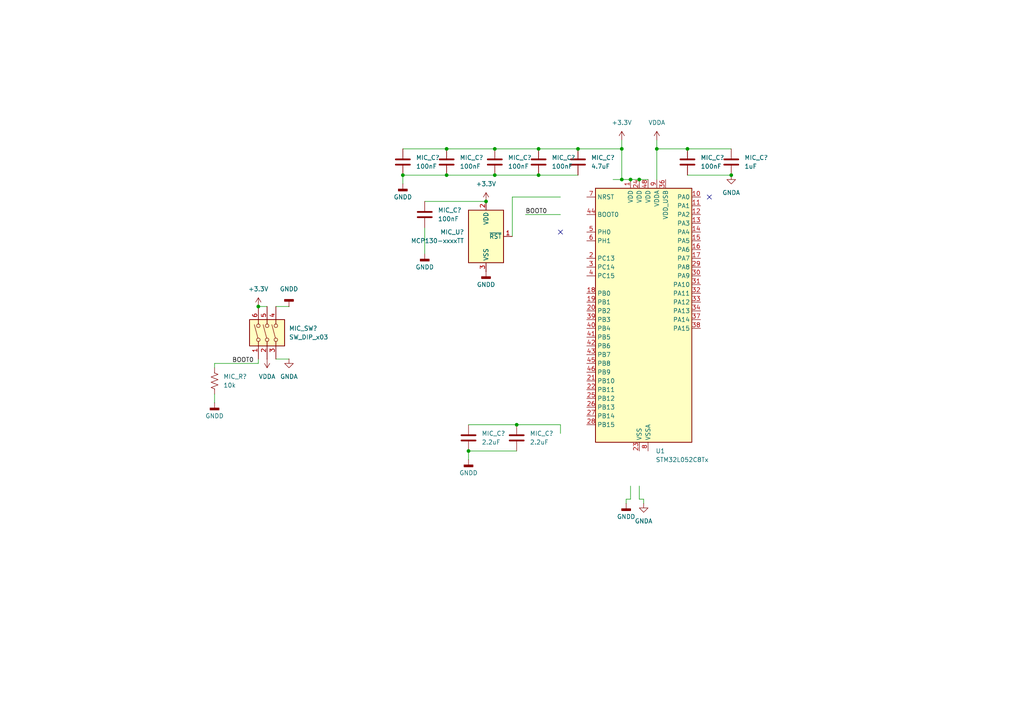
<source format=kicad_sch>
(kicad_sch (version 20231120) (generator "eeschema") (generator_version "8.0")
  (paper "A4")
  (lib_symbols
    (symbol "Device:C" (pin_numbers hide) (pin_names (offset 0.254))
      (property "Reference" "C" (at 0.635 2.54 0))
      (property "Value" "C" (at 0.635 -2.54 0))
      (symbol "C_0_1"
        (polyline (pts (xy -2.032 -0.762) (xy 2.032 -0.762)) (stroke (width 0.508)))
        (polyline (pts (xy -2.032 0.762) (xy 2.032 0.762)) (stroke (width 0.508)))
      )
      (symbol "C_1_1"
        (pin passive line (at 0 3.81 270) (length 2.794) (name "~") (number "1"))
        (pin passive line (at 0 -3.81 90) (length 2.794) (name "~") (number "2"))
      )
    )
    (symbol "Device:R_US" (pin_numbers hide) (pin_names (offset 0))
      (property "Reference" "R" (at 2.54 0 90))
      (property "Value" "R_US" (at -2.54 0 90))
      (symbol "R_US_0_1"
        (polyline (pts (xy 0 -2.286) (xy 0 -2.54)))
        (polyline (pts (xy 0 2.286) (xy 0 2.54)))
        (polyline (pts (xy 0 -0.762) (xy 1.016 -1.143) (xy 0 -1.524) (xy -1.016 -1.905) (xy 0 -2.286)))
        (polyline (pts (xy 0 0.762) (xy 1.016 0.381) (xy 0 0) (xy -1.016 -0.381) (xy 0 -0.762)))
        (polyline (pts (xy 0 2.286) (xy 1.016 1.905) (xy 0 1.524) (xy -1.016 1.143) (xy 0 0.762)))
      )
      (symbol "R_US_1_1"
        (pin passive line (at 0 3.81 270) (length 1.27) (name "~") (number "1"))
        (pin passive line (at 0 -3.81 90) (length 1.27) (name "~") (number "2"))
      )
    )
    (symbol "MCU_ST_STM32L0:STM32L052C8Tx"
      (property "Reference" "U" (at -12.7 39.37 0))
      (property "Value" "STM32L052C8Tx" (at 10.16 39.37 0))
      (symbol "STM32L052C8Tx_0_1"
        (rectangle (start -12.7 -35.56) (end 15.24 38.1) (stroke (width 0.254)) (fill (type background)))
      )
      (symbol "STM32L052C8Tx_1_1"
        (pin power_in line (at -2.54 40.64 270) (length 2.54) (name "VDD") (number "1"))
        (pin bidirectional line (at 17.78 35.56 180) (length 2.54) (name "PA0") (number "10"))
        (pin bidirectional line (at 17.78 33.02 180) (length 2.54) (name "PA1") (number "11"))
        (pin bidirectional line (at 17.78 30.48 180) (length 2.54) (name "PA2") (number "12"))
        (pin bidirectional line (at 17.78 27.94 180) (length 2.54) (name "PA3") (number "13"))
        (pin bidirectional line (at 17.78 25.4 180) (length 2.54) (name "PA4") (number "14"))
        (pin bidirectional line (at 17.78 22.86 180) (length 2.54) (name "PA5") (number "15"))
        (pin bidirectional line (at 17.78 20.32 180) (length 2.54) (name "PA6") (number "16"))
        (pin bidirectional line (at 17.78 17.78 180) (length 2.54) (name "PA7") (number "17"))
        (pin bidirectional line (at -15.24 7.62 0) (length 2.54) (name "PB0") (number "18"))
        (pin bidirectional line (at -15.24 5.08 0) (length 2.54) (name "PB1") (number "19"))
        (pin bidirectional line (at -15.24 17.78 0) (length 2.54) (name "PC13") (number "2"))
        (pin bidirectional line (at -15.24 2.54 0) (length 2.54) (name "PB2") (number "20"))
        (pin bidirectional line (at -15.24 -17.78 0) (length 2.54) (name "PB10") (number "21"))
        (pin bidirectional line (at -15.24 -20.32 0) (length 2.54) (name "PB11") (number "22"))
        (pin power_in line (at 0 -38.1 90) (length 2.54) (name "VSS") (number "23"))
        (pin power_in line (at 0 40.64 270) (length 2.54) (name "VDD") (number "24"))
        (pin bidirectional line (at -15.24 -22.86 0) (length 2.54) (name "PB12") (number "25"))
        (pin bidirectional line (at -15.24 -25.4 0) (length 2.54) (name "PB13") (number "26"))
        (pin bidirectional line (at -15.24 -27.94 0) (length 2.54) (name "PB14") (number "27"))
        (pin bidirectional line (at -15.24 -30.48 0) (length 2.54) (name "PB15") (number "28"))
        (pin bidirectional line (at 17.78 15.24 180) (length 2.54) (name "PA8") (number "29"))
        (pin bidirectional line (at -15.24 15.24 0) (length 2.54) (name "PC14") (number "3"))
        (pin bidirectional line (at 17.78 12.7 180) (length 2.54) (name "PA9") (number "30"))
        (pin bidirectional line (at 17.78 10.16 180) (length 2.54) (name "PA10") (number "31"))
        (pin bidirectional line (at 17.78 7.62 180) (length 2.54) (name "PA11") (number "32"))
        (pin bidirectional line (at 17.78 5.08 180) (length 2.54) (name "PA12") (number "33"))
        (pin bidirectional line (at 17.78 2.54 180) (length 2.54) (name "PA13") (number "34"))
        (pin passive line (at 0 -38.1 90) (length 2.54) hide (name "VSS") (number "35"))
        (pin power_in line (at 7.62 40.64 270) (length 2.54) (name "VDD_USB") (number "36"))
        (pin bidirectional line (at 17.78 0 180) (length 2.54) (name "PA14") (number "37"))
        (pin bidirectional line (at 17.78 -2.54 180) (length 2.54) (name "PA15") (number "38"))
        (pin bidirectional line (at -15.24 0 0) (length 2.54) (name "PB3") (number "39"))
        (pin bidirectional line (at -15.24 12.7 0) (length 2.54) (name "PC15") (number "4"))
        (pin bidirectional line (at -15.24 -2.54 0) (length 2.54) (name "PB4") (number "40"))
        (pin bidirectional line (at -15.24 -5.08 0) (length 2.54) (name "PB5") (number "41"))
        (pin bidirectional line (at -15.24 -7.62 0) (length 2.54) (name "PB6") (number "42"))
        (pin bidirectional line (at -15.24 -10.16 0) (length 2.54) (name "PB7") (number "43"))
        (pin input line (at -15.24 30.48 0) (length 2.54) (name "BOOT0") (number "44"))
        (pin bidirectional line (at -15.24 -12.7 0) (length 2.54) (name "PB8") (number "45"))
        (pin bidirectional line (at -15.24 -15.24 0) (length 2.54) (name "PB9") (number "46"))
        (pin passive line (at 0 -38.1 90) (length 2.54) hide (name "VSS") (number "47"))
        (pin power_in line (at 2.54 40.64 270) (length 2.54) (name "VDD") (number "48"))
        (pin bidirectional line (at -15.24 25.4 0) (length 2.54) (name "PH0") (number "5"))
        (pin bidirectional line (at -15.24 22.86 0) (length 2.54) (name "PH1") (number "6"))
        (pin input line (at -15.24 35.56 0) (length 2.54) (name "NRST") (number "7"))
        (pin power_in line (at 2.54 -38.1 90) (length 2.54) (name "VSSA") (number "8"))
        (pin power_in line (at 5.08 40.64 270) (length 2.54) (name "VDDA") (number "9"))
      )
    )
    (symbol "Power_Supervisor:MCP130-xxxxTT"
      (property "Reference" "U" (at -5.08 8.89 0))
      (property "Value" "MCP130-xxxxTT" (at 8.89 8.89 0))
      (symbol "MCP130-xxxxTT_0_1"
        (rectangle (start 5.08 7.62) (end -5.08 -7.62) (stroke (width 0.254)) (fill (type background)))
      )
      (symbol "MCP130-xxxxTT_1_1"
        (pin open_collector line (at 7.62 0 180) (length 2.54) (name "~{RST}") (number "1"))
        (pin power_in line (at 0 10.16 270) (length 2.54) (name "VDD") (number "2"))
        (pin power_in line (at 0 -10.16 90) (length 2.54) (name "VSS") (number "3"))
      )
    )
    (symbol "Switch:SW_DIP_x03" (pin_names (offset 0) hide)
      (property "Reference" "SW" (at 0 6.35 0))
      (property "Value" "SW_DIP_x03" (at 0 -6.35 0))
      (symbol "SW_DIP_x03_0_0"
        (circle (center -2.032 -2.54) (radius 0.508))
        (circle (center -2.032 0) (radius 0.508))
        (circle (center -2.032 2.54) (radius 0.508))
        (polyline (pts (xy -1.524 -2.413) (xy 2.3622 -1.3716)))
        (polyline (pts (xy -1.524 0.127) (xy 2.3622 1.1684)))
        (polyline (pts (xy -1.524 2.667) (xy 2.3622 3.7084)))
        (circle (center 2.032 -2.54) (radius 0.508))
        (circle (center 2.032 0) (radius 0.508))
        (circle (center 2.032 2.54) (radius 0.508))
      )
      (symbol "SW_DIP_x03_0_1"
        (rectangle (start -3.81 5.08) (end 3.81 -5.08) (stroke (width 0.254)) (fill (type background)))
      )
      (symbol "SW_DIP_x03_1_1"
        (pin passive line (at -7.62 2.54 0) (length 5.08) (name "~") (number "1"))
        (pin passive line (at -7.62 0 0) (length 5.08) (name "~") (number "2"))
        (pin passive line (at -7.62 -2.54 0) (length 5.08) (name "~") (number "3"))
        (pin passive line (at 7.62 -2.54 180) (length 5.08) (name "~") (number "4"))
        (pin passive line (at 7.62 0 180) (length 5.08) (name "~") (number "5"))
        (pin passive line (at 7.62 2.54 180) (length 5.08) (name "~") (number "6"))
      )
    )
    (symbol "power:+3.3V" (power) (pin_numbers hide) (pin_names (offset 0) hide)
      (property "Value" "+3.3V" (at 0 3.556 0))
      (symbol "+3.3V_0_1"
        (polyline (pts (xy -0.762 1.27) (xy 0 2.54)))
        (polyline (pts (xy 0 0) (xy 0 2.54)))
        (polyline (pts (xy 0 2.54) (xy 0.762 1.27)))
      )
      (symbol "+3.3V_1_1"
        (pin power_in line (at 0 0 90) (length 0) (name "~") (number "1"))
      )
    )
    (symbol "power:GNDA" (power) (pin_numbers hide) (pin_names (offset 0) hide)
      (property "Value" "GNDA" (at 0 -3.81 0))
      (symbol "GNDA_0_1"
        (polyline (pts (xy 0 0) (xy 0 -1.27) (xy 1.27 -1.27) (xy 0 -2.54) (xy -1.27 -1.27) (xy 0 -1.27)))
      )
      (symbol "GNDA_1_1"
        (pin power_in line (at 0 0 270) (length 0) (name "~") (number "1"))
      )
    )
    (symbol "power:GNDD" (power) (pin_numbers hide) (pin_names (offset 0) hide)
      (property "Value" "GNDD" (at 0 -3.175 0))
      (symbol "GNDD_0_1"
        (rectangle (start -1.27 -1.524) (end 1.27 -2.032) (stroke (width 0.254)) (fill (type outline)))
        (polyline (pts (xy 0 0) (xy 0 -1.524)))
      )
      (symbol "GNDD_1_1"
        (pin power_in line (at 0 0 270) (length 0) (name "~") (number "1"))
      )
    )
    (symbol "power:VDDA" (power) (pin_numbers hide) (pin_names (offset 0) hide)
      (property "Value" "VDDA" (at 0 3.556 0))
      (symbol "VDDA_0_1"
        (polyline (pts (xy -0.762 1.27) (xy 0 2.54)))
        (polyline (pts (xy 0 0) (xy 0 2.54)))
        (polyline (pts (xy 0 2.54) (xy 0.762 1.27)))
      )
      (symbol "VDDA_1_1"
        (pin power_in line (at 0 0 90) (length 0) (name "~") (number "1"))
      )
    )
  )
  (junction (at 182.88 52.07))
  (junction (at 140.97 58.42))
  (junction (at 212.09 50.8))
  (junction (at 180.34 43.18))
  (junction (at 135.89 130.81))
  (junction (at 129.54 43.18))
  (junction (at 129.54 50.8))
  (junction (at 143.51 50.8))
  (junction (at 149.86 123.19))
  (junction (at 180.34 52.07))
  (junction (at 156.21 43.18))
  (junction (at 74.93 88.9))
  (junction (at 185.42 52.07))
  (junction (at 156.21 50.8))
  (junction (at 116.84 50.8))
  (junction (at 167.64 43.18))
  (junction (at 143.51 43.18))
  (junction (at 190.5 43.18))
  (junction (at 199.39 43.18))
  (no_connect (at 162.56 67.31))
  (no_connect (at 205.74 57.15))
  (wire (pts (xy 149.86 123.19) (xy 162.56 123.19)))
  (wire (pts (xy 148.59 57.15) (xy 162.56 57.15)))
  (wire (pts (xy 148.59 68.58) (xy 148.59 57.15)))
  (wire (pts (xy 199.39 50.8) (xy 212.09 50.8)))
  (wire (pts (xy 116.84 53.34) (xy 116.84 50.8)))
  (wire (pts (xy 167.64 43.18) (xy 180.34 43.18)))
  (wire (pts (xy 143.51 43.18) (xy 156.21 43.18)))
  (wire (pts (xy 156.21 50.8) (xy 167.64 50.8)))
  (wire (pts (xy 181.61 144.78) (xy 182.88 144.78)))
  (wire (pts (xy 180.34 40.64) (xy 180.34 43.18)))
  (wire (pts (xy 123.19 58.42) (xy 140.97 58.42)))
  (wire (pts (xy 135.89 123.19) (xy 149.86 123.19)))
  (wire (pts (xy 162.56 123.19) (xy 162.56 125.73)))
  (wire (pts (xy 186.69 146.05) (xy 186.69 144.78)))
  (wire (pts (xy 185.42 144.78) (xy 185.42 140.97)))
  (wire (pts (xy 62.23 105.41) (xy 74.93 105.41)))
  (wire (pts (xy 135.89 133.35) (xy 135.89 130.81)))
  (wire (pts (xy 80.01 104.14) (xy 83.82 104.14)))
  (wire (pts (xy 180.34 43.18) (xy 180.34 52.07)))
  (wire (pts (xy 83.82 88.9) (xy 80.01 88.9)))
  (wire (pts (xy 135.89 130.81) (xy 149.86 130.81)))
  (wire (pts (xy 62.23 116.84) (xy 62.23 114.3)))
  (wire (pts (xy 116.84 50.8) (xy 129.54 50.8)))
  (wire (pts (xy 74.93 88.9) (xy 77.47 88.9)))
  (wire (pts (xy 190.5 43.18) (xy 199.39 43.18)))
  (wire (pts (xy 199.39 43.18) (xy 212.09 43.18)))
  (wire (pts (xy 177.8 52.07) (xy 180.34 52.07)))
  (wire (pts (xy 74.93 104.14) (xy 74.93 105.41)))
  (wire (pts (xy 182.88 144.78) (xy 182.88 140.97)))
  (wire (pts (xy 185.42 52.07) (xy 187.96 52.07)))
  (wire (pts (xy 156.21 43.18) (xy 167.64 43.18)))
  (wire (pts (xy 123.19 73.66) (xy 123.19 66.04)))
  (wire (pts (xy 181.61 146.05) (xy 181.61 144.78)))
  (wire (pts (xy 182.88 52.07) (xy 185.42 52.07)))
  (wire (pts (xy 190.5 43.18) (xy 190.5 52.07)))
  (wire (pts (xy 62.23 105.41) (xy 62.23 106.68)))
  (wire (pts (xy 180.34 52.07) (xy 182.88 52.07)))
  (wire (pts (xy 186.69 144.78) (xy 185.42 144.78)))
  (wire (pts (xy 190.5 40.64) (xy 190.5 43.18)))
  (wire (pts (xy 116.84 43.18) (xy 129.54 43.18)))
  (wire (pts (xy 129.54 43.18) (xy 143.51 43.18)))
  (wire (pts (xy 152.4 62.23) (xy 162.56 62.23)))
  (wire (pts (xy 129.54 50.8) (xy 143.51 50.8)))
  (wire (pts (xy 143.51 50.8) (xy 156.21 50.8)))
  (label "BOOT0" (at 152.4 62.23 0))
  (label "BOOT0" (at 67.31 105.41 0))
  (symbol (lib_id "power:GNDD") (at 140.97 78.74 0) (unit 1)
    (property "Reference" "#PWR?" (effects (hide yes)))
    (property "Value" "GNDD" (at 140.97 82.55 0))
    (property "Description" "Power symbol creates a global label with name \"GNDD\" , digital ground" (effects (hide yes)))
  )
  (symbol (lib_id "power:GNDD") (at 181.61 146.05 0) (unit 1)
    (property "Reference" "#PWR?" (effects (hide yes)))
    (property "Value" "GNDD" (at 181.61 149.86 0))
    (property "Description" "Power symbol creates a global label with name \"GNDD\" , digital ground" (effects (hide yes)))
  )
  (symbol (lib_id "power:GNDA") (at 212.09 50.8 0) (unit 1)
    (property "Reference" "#PWR?" (effects (hide yes)))
    (property "Value" "GNDA" (at 212.09 55.88 0))
    (property "Description" "Power symbol creates a global label with name \"GNDA\" , analog ground" (effects (hide yes)))
  )
  (symbol (lib_id "Device:C") (at 135.89 127 0) (unit 1)
    (property "Reference" "MIC_C?" (at 139.7 125.7299 0) (effects (justify left)))
    (property "Value" "2.2uF" (at 139.7 128.2699 0) (effects (justify left)))
    (property "Footprint" "Capacitor_SMD:C_0603_1608Metric_Pad1.08x0.95mm_HandSolder" (effects (hide yes)))
    (property "Description" "Unpolarized capacitor" (effects (hide yes)))
  )
  (symbol (lib_id "Device:C") (at 123.19 62.23 0) (unit 1)
    (property "Reference" "MIC_C?" (at 127 60.9599 0) (effects (justify left)))
    (property "Value" "100nF" (at 127 63.4999 0) (effects (justify left)))
    (property "Footprint" "Capacitor_SMD:C_0603_1608Metric_Pad1.08x0.95mm_HandSolder" (effects (hide yes)))
    (property "Description" "Unpolarized capacitor" (effects (hide yes)))
  )
  (symbol (lib_id "Device:C") (at 212.09 46.99 0) (unit 1)
    (property "Reference" "MIC_C?" (at 215.9 45.7199 0) (effects (justify left)))
    (property "Value" "1uF" (at 215.9 48.2599 0) (effects (justify left)))
    (property "Footprint" "Capacitor_SMD:C_0603_1608Metric_Pad1.08x0.95mm_HandSolder" (effects (hide yes)))
    (property "Description" "Unpolarized capacitor" (effects (hide yes)))
  )
  (symbol (lib_id "Device:C") (at 156.21 46.99 0) (unit 1)
    (property "Reference" "MIC_C?" (at 160.02 45.7199 0) (effects (justify left)))
    (property "Value" "100nF" (at 160.02 48.2599 0) (effects (justify left)))
    (property "Footprint" "Capacitor_SMD:C_0603_1608Metric_Pad1.08x0.95mm_HandSolder" (effects (hide yes)))
    (property "Description" "Unpolarized capacitor" (effects (hide yes)))
  )
  (symbol (lib_id "Device:C") (at 199.39 46.99 0) (unit 1)
    (property "Reference" "MIC_C?" (at 203.2 45.7199 0) (effects (justify left)))
    (property "Value" "100nF" (at 203.2 48.2599 0) (effects (justify left)))
    (property "Footprint" "Capacitor_SMD:C_0603_1608Metric_Pad1.08x0.95mm_HandSolder" (effects (hide yes)))
    (property "Description" "Unpolarized capacitor" (effects (hide yes)))
  )
  (symbol (lib_id "power:GNDA") (at 186.69 146.05 0) (unit 1)
    (property "Reference" "#PWR?" (effects (hide yes)))
    (property "Value" "GNDA" (at 186.69 151.13 0))
    (property "Description" "Power symbol creates a global label with name \"GNDA\" , analog ground" (effects (hide yes)))
  )
  (symbol (lib_id "Device:C") (at 149.86 127 0) (unit 1)
    (property "Reference" "MIC_C?" (at 153.67 125.7299 0) (effects (justify left)))
    (property "Value" "2.2uF" (at 153.67 128.2699 0) (effects (justify left)))
    (property "Footprint" "Capacitor_SMD:C_0603_1608Metric_Pad1.08x0.95mm_HandSolder" (effects (hide yes)))
    (property "Description" "Unpolarized capacitor" (effects (hide yes)))
  )
  (symbol (lib_id "Device:C") (at 129.54 46.99 0) (unit 1)
    (property "Reference" "MIC_C?" (at 133.35 45.7199 0) (effects (justify left)))
    (property "Value" "100nF" (at 133.35 48.2599 0) (effects (justify left)))
    (property "Footprint" "Capacitor_SMD:C_0603_1608Metric_Pad1.08x0.95mm_HandSolder" (effects (hide yes)))
    (property "Description" "Unpolarized capacitor" (effects (hide yes)))
  )
  (symbol (lib_id "power:GNDD") (at 116.84 53.34 0) (unit 1)
    (property "Reference" "#PWR?" (effects (hide yes)))
    (property "Value" "GNDD" (at 116.84 57.15 0))
    (property "Description" "Power symbol creates a global label with name \"GNDD\" , digital ground" (effects (hide yes)))
  )
  (symbol (lib_id "power:GNDD") (at 123.19 73.66 0) (unit 1)
    (property "Reference" "#PWR?" (effects (hide yes)))
    (property "Value" "GNDD" (at 123.19 77.47 0))
    (property "Description" "Power symbol creates a global label with name \"GNDD\" , digital ground" (effects (hide yes)))
  )
  (symbol (lib_id "power:+3.3V") (at 74.93 88.9 0) (mirror y) (unit 1)
    (property "Reference" "#PWR?" (effects (hide yes)))
    (property "Value" "+3.3V" (at 74.93 83.82 0))
    (property "Description" "Power symbol creates a global label with name \"+3.3V\"" (effects (hide yes)))
  )
  (symbol (lib_id "MCU_ST_STM32L0:STM32L052C8Tx") (at 185.42 92.71 0) (unit 1)
    (property "Reference" "U1" (at 190.1541 130.81 0) (effects (justify left)))
    (property "Value" "STM32L052C8Tx" (at 190.1541 133.35 0) (effects (justify left)))
    (property "Footprint" "Package_QFP:LQFP-48_7x7mm_P0.5mm" (effects (hide yes)))
    (property "Datasheet" "https://www.st.com/resource/en/datasheet/stm32l052c8.pdf" (effects (hide yes)))
    (property "Description" "STMicroelectronics Arm Cortex-M0+ MCU, 64KB flash, 8KB RAM, 32 MHz, 1.65-3.6V, 37 GPIO, LQFP48" (effects (hide yes)))
  )
  (symbol (lib_id "Device:C") (at 167.64 46.99 0) (unit 1)
    (property "Reference" "MIC_C?" (at 171.45 45.7199 0) (effects (justify left)))
    (property "Value" "4.7uF" (at 171.45 48.2599 0) (effects (justify left)))
    (property "Footprint" "Capacitor_SMD:C_0603_1608Metric_Pad1.08x0.95mm_HandSolder" (effects (hide yes)))
    (property "Description" "Unpolarized capacitor" (effects (hide yes)))
  )
  (symbol (lib_id "power:GNDA") (at 83.82 104.14 0) (unit 1)
    (property "Reference" "#PWR?" (effects (hide yes)))
    (property "Value" "GNDA" (at 83.82 109.22 0))
    (property "Description" "Power symbol creates a global label with name \"GNDA\" , analog ground" (effects (hide yes)))
  )
  (symbol (lib_id "Switch:SW_DIP_x03") (at 77.47 96.52 90) (unit 1)
    (property "Reference" "MIC_SW?" (at 83.82 95.2499 90) (effects (justify right)))
    (property "Value" "SW_DIP_x03" (at 83.82 97.7899 90) (effects (justify right)))
    (property "Footprint" "Button_Switch_THT:SW_DIP_SPSTx03_Slide_9.78x9.8mm_W7.62mm_P2.54mm" (effects (hide yes)))
    (property "Description" "3x DIP Switch, Single Pole Single Throw (SPST) switch, small symbol" (effects (hide yes)))
  )
  (symbol (lib_id "power:+3.3V") (at 180.34 40.64 0) (unit 1)
    (property "Reference" "#PWR?" (effects (hide yes)))
    (property "Value" "+3.3V" (at 180.34 35.56 0))
    (property "Description" "Power symbol creates a global label with name \"+3.3V\"" (effects (hide yes)))
  )
  (symbol (lib_id "power:+3.3V") (at 140.97 58.42 0) (unit 1)
    (property "Reference" "#PWR?" (effects (hide yes)))
    (property "Value" "+3.3V" (at 140.97 53.34 0))
    (property "Description" "Power symbol creates a global label with name \"+3.3V\"" (effects (hide yes)))
  )
  (symbol (lib_id "power:GNDD") (at 83.82 88.9 180) (unit 1)
    (property "Reference" "#PWR?" (effects (hide yes)))
    (property "Value" "GNDD" (at 83.82 83.82 0))
    (property "Description" "Power symbol creates a global label with name \"GNDD\" , digital ground" (effects (hide yes)))
  )
  (symbol (lib_id "power:VDDA") (at 190.5 40.64 0) (unit 1)
    (property "Reference" "#PWR?" (effects (hide yes)))
    (property "Value" "VDDA" (at 190.5 35.56 0))
    (property "Description" "Power symbol creates a global label with name \"VDDA\"" (effects (hide yes)))
  )
  (symbol (lib_id "Device:R_US") (at 62.23 110.49 0) (unit 1)
    (property "Reference" "MIC_R?" (at 64.77 109.2199 0) (effects (justify left)))
    (property "Value" "10k" (at 64.77 111.7599 0) (effects (justify left)))
    (property "Footprint" "Resistor_SMD:R_0603_1608Metric_Pad0.98x0.95mm_HandSolder" (effects (hide yes)))
    (property "Description" "Resistor, US symbol" (effects (hide yes)))
  )
  (symbol (lib_id "power:VDDA") (at 77.47 104.14 180) (unit 1)
    (property "Reference" "#PWR?" (effects (hide yes)))
    (property "Value" "VDDA" (at 77.47 109.22 0))
    (property "Description" "Power symbol creates a global label with name \"VDDA\"" (effects (hide yes)))
  )
  (symbol (lib_id "Device:C") (at 116.84 46.99 0) (unit 1)
    (property "Reference" "MIC_C?" (at 120.65 45.7199 0) (effects (justify left)))
    (property "Value" "100nF" (at 120.65 48.2599 0) (effects (justify left)))
    (property "Footprint" "Capacitor_SMD:C_0603_1608Metric_Pad1.08x0.95mm_HandSolder" (effects (hide yes)))
    (property "Description" "Unpolarized capacitor" (effects (hide yes)))
  )
  (symbol (lib_id "Power_Supervisor:MCP130-xxxxTT") (at 140.97 68.58 0) (unit 1)
    (property "Reference" "MIC_U?" (at 134.62 67.3099 0) (effects (justify right)))
    (property "Value" "MCP130-xxxxTT" (at 134.62 69.8499 0) (effects (justify right)))
    (property "Footprint" "Package_TO_SOT_SMD:SOT-23" (effects (hide yes)))
    (property "Datasheet" "http://ww1.microchip.com/downloads/en/DeviceDoc/11184d.pdf" (effects (hide yes)))
    (property "Description" "Microcontroller supervisory circuit with internal 5 kΩ pull-up, SOT-23" (effects (hide yes)))
  )
  (symbol (lib_id "power:GNDD") (at 62.23 116.84 0) (unit 1)
    (property "Reference" "#PWR?" (effects (hide yes)))
    (property "Value" "GNDD" (at 62.23 120.65 0))
    (property "Description" "Power symbol creates a global label with name \"GNDD\" , digital ground" (effects (hide yes)))
  )
  (symbol (lib_id "power:GNDD") (at 135.89 133.35 0) (unit 1)
    (property "Reference" "#PWR?" (effects (hide yes)))
    (property "Value" "GNDD" (at 135.89 137.16 0))
    (property "Description" "Power symbol creates a global label with name \"GNDD\" , digital ground" (effects (hide yes)))
  )
  (symbol (lib_id "Device:C") (at 143.51 46.99 0) (unit 1)
    (property "Reference" "MIC_C?" (at 147.32 45.7199 0) (effects (justify left)))
    (property "Value" "100nF" (at 147.32 48.2599 0) (effects (justify left)))
    (property "Footprint" "Capacitor_SMD:C_0603_1608Metric_Pad1.08x0.95mm_HandSolder" (effects (hide yes)))
    (property "Description" "Unpolarized capacitor" (effects (hide yes)))
  )
)
</source>
